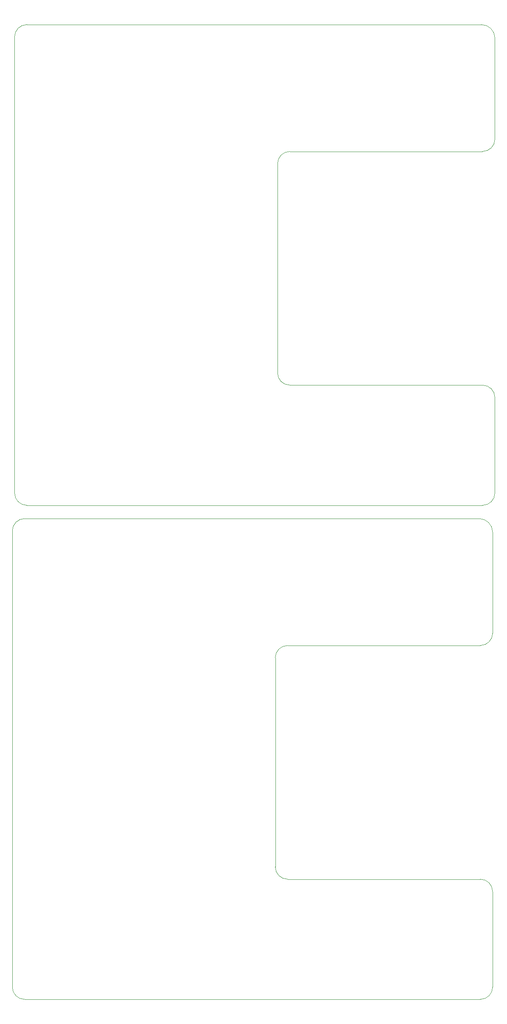
<source format=gbr>
%TF.GenerationSoftware,KiCad,Pcbnew,6.0.7-f9a2dced07~116~ubuntu20.04.1*%
%TF.CreationDate,2022-11-23T13:06:43+01:00*%
%TF.ProjectId,board,626f6172-642e-46b6-9963-61645f706362,rev?*%
%TF.SameCoordinates,Original*%
%TF.FileFunction,Profile,NP*%
%FSLAX46Y46*%
G04 Gerber Fmt 4.6, Leading zero omitted, Abs format (unit mm)*
G04 Created by KiCad (PCBNEW 6.0.7-f9a2dced07~116~ubuntu20.04.1) date 2022-11-23 13:06:43*
%MOMM*%
%LPD*%
G01*
G04 APERTURE LIST*
%TA.AperFunction,Profile*%
%ADD10C,0.100000*%
%TD*%
G04 APERTURE END LIST*
D10*
X242525500Y-125791500D02*
G75*
G03*
X245065500Y-123251500I0J2540000D01*
G01*
X202774500Y-101026500D02*
X242525500Y-101026500D01*
X242525500Y-52875400D02*
G75*
G03*
X245065500Y-50335449I0J2540000D01*
G01*
X245065500Y-103566500D02*
X245065500Y-123251500D01*
X146005500Y-29271500D02*
X146005500Y-123251500D01*
X200234500Y-55415449D02*
X200234500Y-98486500D01*
X242271500Y-26731500D02*
X148545500Y-26731500D01*
X245065500Y-29525500D02*
X245065500Y-50335449D01*
X202774500Y-52875500D02*
G75*
G03*
X200234500Y-55415449I-100J-2539900D01*
G01*
X245065500Y-29525500D02*
G75*
G03*
X242271500Y-26731500I-2794000J0D01*
G01*
X200234500Y-98486500D02*
G75*
G03*
X202774500Y-101026500I2540000J0D01*
G01*
X148545500Y-26731500D02*
G75*
G03*
X146005500Y-29271500I0J-2540000D01*
G01*
X245065500Y-103566500D02*
G75*
G03*
X242525500Y-101026500I-2540000J0D01*
G01*
X148545500Y-125791500D02*
X242525500Y-125791500D01*
X242062000Y-154667949D02*
X202311000Y-154667949D01*
X146005500Y-123251500D02*
G75*
G03*
X148545500Y-125791500I2540000J0D01*
G01*
X244602000Y-131318000D02*
G75*
G03*
X241808000Y-128524000I-2794001J-1D01*
G01*
X242525500Y-52875449D02*
X202774500Y-52875449D01*
X244602000Y-131318000D02*
X244602000Y-152127949D01*
X244602000Y-205359000D02*
G75*
G03*
X242062000Y-202819000I-2540001J-1D01*
G01*
X199771000Y-200279000D02*
G75*
G03*
X202311000Y-202819000I2540001J1D01*
G01*
X148082000Y-227584000D02*
X242062000Y-227584000D01*
X244602000Y-205359000D02*
X244602000Y-225044000D01*
X148082000Y-128524000D02*
G75*
G03*
X145542000Y-131064000I1J-2540001D01*
G01*
X241808000Y-128524000D02*
X148082000Y-128524000D01*
X199771000Y-157207949D02*
X199771000Y-200279000D01*
X242062000Y-227584000D02*
G75*
G03*
X244602000Y-225044000I-1J2540001D01*
G01*
X202311000Y-154667949D02*
G75*
G03*
X199771000Y-157207949I-13J-2539987D01*
G01*
X242062000Y-154667949D02*
G75*
G03*
X244602000Y-152127949I-83J2540083D01*
G01*
X145542000Y-131064000D02*
X145542000Y-225044000D01*
X202311000Y-202819000D02*
X242062000Y-202819000D01*
X145542000Y-225044000D02*
G75*
G03*
X148082000Y-227584000I2540001J1D01*
G01*
M02*

</source>
